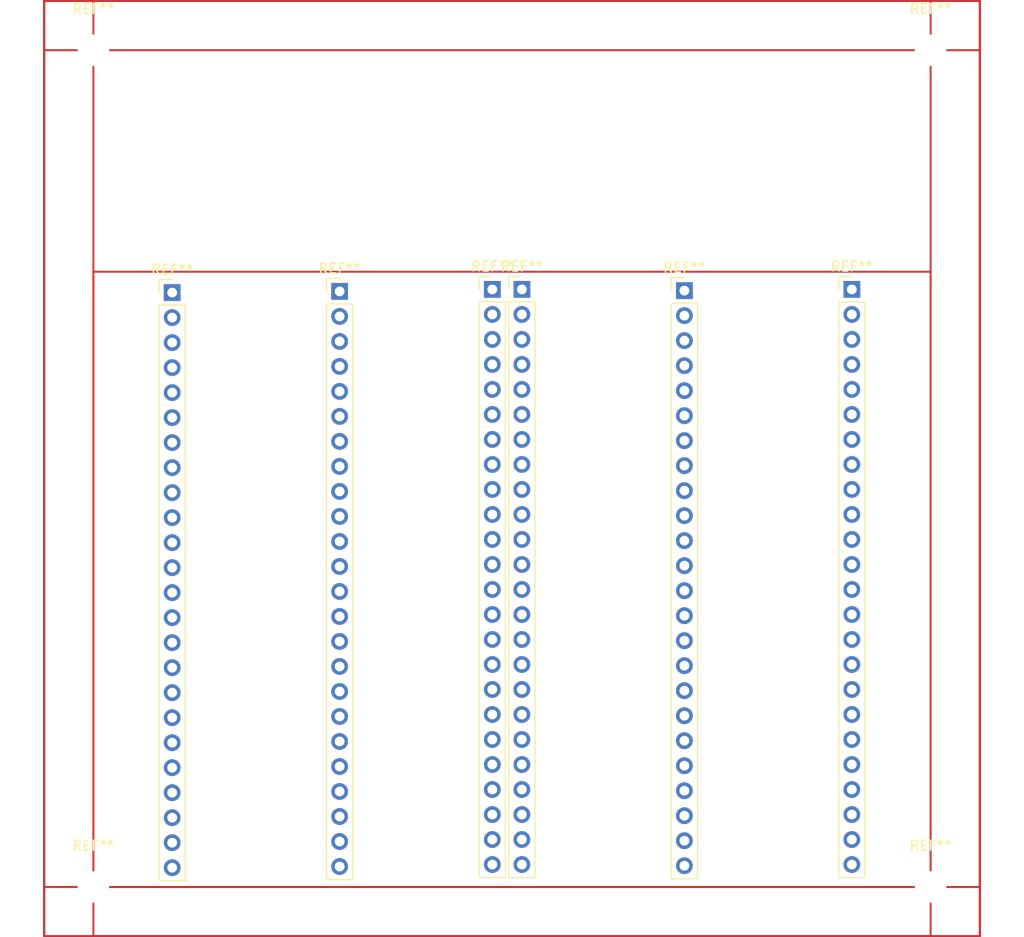
<source format=kicad_pcb>
(kicad_pcb (version 20240108) (generator "pcbnew") (generator_version "8.0")
  (layers (0 "F.Cu" signal) (1 "In1.Cu" signal) (2 "In2.Cu" signal) (31 "B.Cu" signal) (34 "B.Paste" user) (35 "F.Paste" user) (36 "B.SilkS" user "B.Silkscreen") (37 "F.SilkS" user "F.Silkscreen") (38 "B.Mask" user) (39 "F.Mask" user) (44 "Edge.Cuts" user))
  (net 0 "")
  (footprint "Connector_PinHeader_2.54mm:PinHeader_1x24_P2.54mm_Vertical" (layer "F.Cu") (at 186 80)
    (property "Reference" "REF**" (at 0 -2.33 0) (layer "F.SilkS"))
    (property "Value" "PinHeader_1x24_P2.54mm_Vertical")
    (fp_line (start -1.33 -1.33) (end 0 -1.33) (stroke (width 0.12)) (layer "F.SilkS"))
    (fp_line (start -1.33 0) (end -1.33 -1.33) (stroke (width 0.12)) (layer "F.SilkS"))
    (fp_line (start -1.33 1.27) (end -1.33 59.75) (stroke (width 0.12)) (layer "F.SilkS"))
    (fp_line (start -1.33 1.27) (end 1.33 1.27) (stroke (width 0.12)) (layer "F.SilkS"))
    (fp_line (start -1.33 59.75) (end 1.33 59.75) (stroke (width 0.12)) (layer "F.SilkS"))
    (fp_line (start 1.33 1.27) (end 1.33 59.75) (stroke (width 0.12)) (layer "F.SilkS"))
    (pad "1" thru_hole rect (at 0 0) (size 1.7 1.7) (drill 1) (layers "*.Cu" "*.Mask"))
    (pad "2" thru_hole oval (at 0 2.54) (size 1.7 1.7) (drill 1) (layers "*.Cu" "*.Mask"))
    (pad "3" thru_hole oval (at 0 5.08) (size 1.7 1.7) (drill 1) (layers "*.Cu" "*.Mask"))
    (pad "4" thru_hole oval (at 0 7.62) (size 1.7 1.7) (drill 1) (layers "*.Cu" "*.Mask"))
    (pad "5" thru_hole oval (at 0 10.16) (size 1.7 1.7) (drill 1) (layers "*.Cu" "*.Mask"))
    (pad "6" thru_hole oval (at 0 12.7) (size 1.7 1.7) (drill 1) (layers "*.Cu" "*.Mask"))
    (pad "7" thru_hole oval (at 0 15.24) (size 1.7 1.7) (drill 1) (layers "*.Cu" "*.Mask"))
    (pad "8" thru_hole oval (at 0 17.78) (size 1.7 1.7) (drill 1) (layers "*.Cu" "*.Mask"))
    (pad "9" thru_hole oval (at 0 20.32) (size 1.7 1.7) (drill 1) (layers "*.Cu" "*.Mask"))
    (pad "10" thru_hole oval (at 0 22.86) (size 1.7 1.7) (drill 1) (layers "*.Cu" "*.Mask"))
    (pad "11" thru_hole oval (at 0 25.4) (size 1.7 1.7) (drill 1) (layers "*.Cu" "*.Mask"))
    (pad "12" thru_hole oval (at 0 27.94) (size 1.7 1.7) (drill 1) (layers "*.Cu" "*.Mask"))
    (pad "13" thru_hole oval (at 0 30.48) (size 1.7 1.7) (drill 1) (layers "*.Cu" "*.Mask"))
    (pad "14" thru_hole oval (at 0 33.02) (size 1.7 1.7) (drill 1) (layers "*.Cu" "*.Mask"))
    (pad "15" thru_hole oval (at 0 35.56) (size 1.7 1.7) (drill 1) (layers "*.Cu" "*.Mask"))
    (pad "16" thru_hole oval (at 0 38.1) (size 1.7 1.7) (drill 1) (layers "*.Cu" "*.Mask"))
    (pad "17" thru_hole oval (at 0 40.64) (size 1.7 1.7) (drill 1) (layers "*.Cu" "*.Mask"))
    (pad "18" thru_hole oval (at 0 43.18) (size 1.7 1.7) (drill 1) (layers "*.Cu" "*.Mask"))
    (pad "19" thru_hole oval (at 0 45.72) (size 1.7 1.7) (drill 1) (layers "*.Cu" "*.Mask"))
    (pad "20" thru_hole oval (at 0 48.26) (size 1.7 1.7) (drill 1) (layers "*.Cu" "*.Mask"))
    (pad "21" thru_hole oval (at 0 50.8) (size 1.7 1.7) (drill 1) (layers "*.Cu" "*.Mask"))
    (pad "22" thru_hole oval (at 0 53.34) (size 1.7 1.7) (drill 1) (layers "*.Cu" "*.Mask"))
    (pad "23" thru_hole oval (at 0 55.88) (size 1.7 1.7) (drill 1) (layers "*.Cu" "*.Mask"))
    (pad "24" thru_hole oval (at 0 58.42) (size 1.7 1.7) (drill 1) (layers "*.Cu" "*.Mask"))
  )
  (footprint "MountingHole:MountingHole_3.2mm_M3" (layer "F.Cu") (at 246 55.5)
    (property "Reference" "REF**" (at 0 -4.2 0) (layer "F.SilkS"))
    (property "Value" "MountingHole_3.2mm_M3")
    (pad "" np_thru_hole circle (at 0 0) (size 3.2 3.2) (drill 3.2) (layers "*.Cu" "*.Mask"))
  )
  (footprint "MountingHole:MountingHole_3.2mm_M3" (layer "F.Cu") (at 161 55.5)
    (property "Reference" "REF**" (at 0 -4.2 0) (layer "F.SilkS"))
    (property "Value" "MountingHole_3.2mm_M3")
    (pad "" np_thru_hole circle (at 0 0) (size 3.2 3.2) (drill 3.2) (layers "*.Mask" "F.Cu" "In1.Cu" "In2.Cu" "B.Cu"))
  )
  (footprint "Connector_PinHeader_2.54mm:PinHeader_1x24_P2.54mm_Vertical" (layer "F.Cu") (at 238 79.8)
    (property "Reference" "REF**" (at 0 -2.33 0) (layer "F.SilkS"))
    (property "Value" "PinHeader_1x24_P2.54mm_Vertical")
    (fp_line (start -1.33 -1.33) (end 0 -1.33) (stroke (width 0.12)) (layer "F.SilkS"))
    (fp_line (start -1.33 0) (end -1.33 -1.33) (stroke (width 0.12)) (layer "F.SilkS"))
    (fp_line (start -1.33 1.27) (end -1.33 59.75) (stroke (width 0.12)) (layer "F.SilkS"))
    (fp_line (start -1.33 1.27) (end 1.33 1.27) (stroke (width 0.12)) (layer "F.SilkS"))
    (fp_line (start -1.33 59.75) (end 1.33 59.75) (stroke (width 0.12)) (layer "F.SilkS"))
    (fp_line (start 1.33 1.27) (end 1.33 59.75) (stroke (width 0.12)) (layer "F.SilkS"))
    (pad "1" thru_hole rect (at 0 0) (size 1.7 1.7) (drill 1) (layers "*.Cu" "*.Mask"))
    (pad "2" thru_hole oval (at 0 2.54) (size 1.7 1.7) (drill 1) (layers "*.Cu" "*.Mask"))
    (pad "3" thru_hole oval (at 0 5.08) (size 1.7 1.7) (drill 1) (layers "*.Cu" "*.Mask"))
    (pad "4" thru_hole oval (at 0 7.62) (size 1.7 1.7) (drill 1) (layers "*.Cu" "*.Mask"))
    (pad "5" thru_hole oval (at 0 10.16) (size 1.7 1.7) (drill 1) (layers "*.Cu" "*.Mask"))
    (pad "6" thru_hole oval (at 0 12.7) (size 1.7 1.7) (drill 1) (layers "*.Cu" "*.Mask"))
    (pad "7" thru_hole oval (at 0 15.24) (size 1.7 1.7) (drill 1) (layers "*.Cu" "*.Mask"))
    (pad "8" thru_hole oval (at 0 17.78) (size 1.7 1.7) (drill 1) (layers "*.Cu" "*.Mask"))
    (pad "9" thru_hole oval (at 0 20.32) (size 1.7 1.7) (drill 1) (layers "*.Cu" "*.Mask"))
    (pad "10" thru_hole oval (at 0 22.86) (size 1.7 1.7) (drill 1) (layers "*.Cu" "*.Mask"))
    (pad "11" thru_hole oval (at 0 25.4) (size 1.7 1.7) (drill 1) (layers "*.Cu" "*.Mask"))
    (pad "12" thru_hole oval (at 0 27.94) (size 1.7 1.7) (drill 1) (layers "*.Cu" "*.Mask"))
    (pad "13" thru_hole oval (at 0 30.48) (size 1.7 1.7) (drill 1) (layers "*.Cu" "*.Mask"))
    (pad "14" thru_hole oval (at 0 33.02) (size 1.7 1.7) (drill 1) (layers "*.Cu" "*.Mask"))
    (pad "15" thru_hole oval (at 0 35.56) (size 1.7 1.7) (drill 1) (layers "*.Cu" "*.Mask"))
    (pad "16" thru_hole oval (at 0 38.1) (size 1.7 1.7) (drill 1) (layers "*.Cu" "*.Mask"))
    (pad "17" thru_hole oval (at 0 40.64) (size 1.7 1.7) (drill 1) (layers "*.Cu" "*.Mask"))
    (pad "18" thru_hole oval (at 0 43.18) (size 1.7 1.7) (drill 1) (layers "*.Cu" "*.Mask"))
    (pad "19" thru_hole oval (at 0 45.72) (size 1.7 1.7) (drill 1) (layers "*.Cu" "*.Mask"))
    (pad "20" thru_hole oval (at 0 48.26) (size 1.7 1.7) (drill 1) (layers "*.Cu" "*.Mask"))
    (pad "21" thru_hole oval (at 0 50.8) (size 1.7 1.7) (drill 1) (layers "*.Cu" "*.Mask"))
    (pad "22" thru_hole oval (at 0 53.34) (size 1.7 1.7) (drill 1) (layers "*.Cu" "*.Mask"))
    (pad "23" thru_hole oval (at 0 55.88) (size 1.7 1.7) (drill 1) (layers "*.Cu" "*.Mask"))
    (pad "24" thru_hole oval (at 0 58.42) (size 1.7 1.7) (drill 1) (layers "*.Cu" "*.Mask"))
  )
  (footprint "MountingHole:MountingHole_3.2mm_M3" (layer "F.Cu") (at 246 140.5)
    (property "Reference" "REF**" (at 0 -4.2 0) (layer "F.SilkS"))
    (property "Value" "MountingHole_3.2mm_M3")
    (pad "" np_thru_hole circle (at 0 0) (size 3.2 3.2) (drill 3.2) (layers "*.Mask" "F.Cu" "In1.Cu" "In2.Cu" "B.Cu"))
  )
  (footprint "Connector_PinHeader_2.54mm:PinHeader_1x24_P2.54mm_Vertical" (layer "F.Cu") (at 204.5 79.8)
    (property "Reference" "REF**" (at 0 -2.33 0) (layer "F.SilkS"))
    (property "Value" "PinHeader_1x24_P2.54mm_Vertical")
    (fp_line (start -1.33 -1.33) (end 0 -1.33) (stroke (width 0.12)) (layer "F.SilkS"))
    (fp_line (start -1.33 0) (end -1.33 -1.33) (stroke (width 0.12)) (layer "F.SilkS"))
    (fp_line (start -1.33 1.27) (end -1.33 59.75) (stroke (width 0.12)) (layer "F.SilkS"))
    (fp_line (start -1.33 1.27) (end 1.33 1.27) (stroke (width 0.12)) (layer "F.SilkS"))
    (fp_line (start -1.33 59.75) (end 1.33 59.75) (stroke (width 0.12)) (layer "F.SilkS"))
    (fp_line (start 1.33 1.27) (end 1.33 59.75) (stroke (width 0.12)) (layer "F.SilkS"))
    (pad "1" thru_hole rect (at 0 0) (size 1.7 1.7) (drill 1) (layers "*.Cu" "*.Mask"))
    (pad "2" thru_hole oval (at 0 2.54) (size 1.7 1.7) (drill 1) (layers "*.Cu" "*.Mask"))
    (pad "3" thru_hole oval (at 0 5.08) (size 1.7 1.7) (drill 1) (layers "*.Cu" "*.Mask"))
    (pad "4" thru_hole oval (at 0 7.62) (size 1.7 1.7) (drill 1) (layers "*.Cu" "*.Mask"))
    (pad "5" thru_hole oval (at 0 10.16) (size 1.7 1.7) (drill 1) (layers "*.Cu" "*.Mask"))
    (pad "6" thru_hole oval (at 0 12.7) (size 1.7 1.7) (drill 1) (layers "*.Cu" "*.Mask"))
    (pad "7" thru_hole oval (at 0 15.24) (size 1.7 1.7) (drill 1) (layers "*.Cu" "*.Mask"))
    (pad "8" thru_hole oval (at 0 17.78) (size 1.7 1.7) (drill 1) (layers "*.Cu" "*.Mask"))
    (pad "9" thru_hole oval (at 0 20.32) (size 1.7 1.7) (drill 1) (layers "*.Cu" "*.Mask"))
    (pad "10" thru_hole oval (at 0 22.86) (size 1.7 1.7) (drill 1) (layers "*.Cu" "*.Mask"))
    (pad "11" thru_hole oval (at 0 25.4) (size 1.7 1.7) (drill 1) (layers "*.Cu" "*.Mask"))
    (pad "12" thru_hole oval (at 0 27.94) (size 1.7 1.7) (drill 1) (layers "*.Cu" "*.Mask"))
    (pad "13" thru_hole oval (at 0 30.48) (size 1.7 1.7) (drill 1) (layers "*.Cu" "*.Mask"))
    (pad "14" thru_hole oval (at 0 33.02) (size 1.7 1.7) (drill 1) (layers "*.Cu" "*.Mask"))
    (pad "15" thru_hole oval (at 0 35.56) (size 1.7 1.7) (drill 1) (layers "*.Cu" "*.Mask"))
    (pad "16" thru_hole oval (at 0 38.1) (size 1.7 1.7) (drill 1) (layers "*.Cu" "*.Mask"))
    (pad "17" thru_hole oval (at 0 40.64) (size 1.7 1.7) (drill 1) (layers "*.Cu" "*.Mask"))
    (pad "18" thru_hole oval (at 0 43.18) (size 1.7 1.7) (drill 1) (layers "*.Cu" "*.Mask"))
    (pad "19" thru_hole oval (at 0 45.72) (size 1.7 1.7) (drill 1) (layers "*.Cu" "*.Mask"))
    (pad "20" thru_hole oval (at 0 48.26) (size 1.7 1.7) (drill 1) (layers "*.Cu" "*.Mask"))
    (pad "21" thru_hole oval (at 0 50.8) (size 1.7 1.7) (drill 1) (layers "*.Cu" "*.Mask"))
    (pad "22" thru_hole oval (at 0 53.34) (size 1.7 1.7) (drill 1) (layers "*.Cu" "*.Mask"))
    (pad "23" thru_hole oval (at 0 55.88) (size 1.7 1.7) (drill 1) (layers "*.Cu" "*.Mask"))
    (pad "24" thru_hole oval (at 0 58.42) (size 1.7 1.7) (drill 1) (layers "*.Cu" "*.Mask"))
  )
  (footprint "Connector_PinHeader_2.54mm:PinHeader_1x24_P2.54mm_Vertical" (layer "F.Cu") (at 201.5 79.8)
    (property "Reference" "REF**" (at 0 -2.33 0) (layer "F.SilkS"))
    (property "Value" "PinHeader_1x24_P2.54mm_Vertical")
    (fp_line (start -1.33 -1.33) (end 0 -1.33) (stroke (width 0.12)) (layer "F.SilkS"))
    (fp_line (start -1.33 0) (end -1.33 -1.33) (stroke (width 0.12)) (layer "F.SilkS"))
    (fp_line (start -1.33 1.27) (end -1.33 59.75) (stroke (width 0.12)) (layer "F.SilkS"))
    (fp_line (start -1.33 1.27) (end 1.33 1.27) (stroke (width 0.12)) (layer "F.SilkS"))
    (fp_line (start -1.33 59.75) (end 1.33 59.75) (stroke (width 0.12)) (layer "F.SilkS"))
    (fp_line (start 1.33 1.27) (end 1.33 59.75) (stroke (width 0.12)) (layer "F.SilkS"))
    (pad "1" thru_hole rect (at 0 0) (size 1.7 1.7) (drill 1) (layers "*.Cu" "*.Mask"))
    (pad "2" thru_hole oval (at 0 2.54) (size 1.7 1.7) (drill 1) (layers "*.Cu" "*.Mask"))
    (pad "3" thru_hole oval (at 0 5.08) (size 1.7 1.7) (drill 1) (layers "*.Cu" "*.Mask"))
    (pad "4" thru_hole oval (at 0 7.62) (size 1.7 1.7) (drill 1) (layers "*.Cu" "*.Mask"))
    (pad "5" thru_hole oval (at 0 10.16) (size 1.7 1.7) (drill 1) (layers "*.Cu" "*.Mask"))
    (pad "6" thru_hole oval (at 0 12.7) (size 1.7 1.7) (drill 1) (layers "*.Cu" "*.Mask"))
    (pad "7" thru_hole oval (at 0 15.24) (size 1.7 1.7) (drill 1) (layers "*.Cu" "*.Mask"))
    (pad "8" thru_hole oval (at 0 17.78) (size 1.7 1.7) (drill 1) (layers "*.Cu" "*.Mask"))
    (pad "9" thru_hole oval (at 0 20.32) (size 1.7 1.7) (drill 1) (layers "*.Cu" "*.Mask"))
    (pad "10" thru_hole oval (at 0 22.86) (size 1.7 1.7) (drill 1) (layers "*.Cu" "*.Mask"))
    (pad "11" thru_hole oval (at 0 25.4) (size 1.7 1.7) (drill 1) (layers "*.Cu" "*.Mask"))
    (pad "12" thru_hole oval (at 0 27.94) (size 1.7 1.7) (drill 1) (layers "*.Cu" "*.Mask"))
    (pad "13" thru_hole oval (at 0 30.48) (size 1.7 1.7) (drill 1) (layers "*.Cu" "*.Mask"))
    (pad "14" thru_hole oval (at 0 33.02) (size 1.7 1.7) (drill 1) (layers "*.Cu" "*.Mask"))
    (pad "15" thru_hole oval (at 0 35.56) (size 1.7 1.7) (drill 1) (layers "*.Cu" "*.Mask"))
    (pad "16" thru_hole oval (at 0 38.1) (size 1.7 1.7) (drill 1) (layers "*.Cu" "*.Mask"))
    (pad "17" thru_hole oval (at 0 40.64) (size 1.7 1.7) (drill 1) (layers "*.Cu" "*.Mask"))
    (pad "18" thru_hole oval (at 0 43.18) (size 1.7 1.7) (drill 1) (layers "*.Cu" "*.Mask"))
    (pad "19" thru_hole oval (at 0 45.72) (size 1.7 1.7) (drill 1) (layers "*.Cu" "*.Mask"))
    (pad "20" thru_hole oval (at 0 48.26) (size 1.7 1.7) (drill 1) (layers "*.Cu" "*.Mask"))
    (pad "21" thru_hole oval (at 0 50.8) (size 1.7 1.7) (drill 1) (layers "*.Cu" "*.Mask"))
    (pad "22" thru_hole oval (at 0 53.34) (size 1.7 1.7) (drill 1) (layers "*.Cu" "*.Mask"))
    (pad "23" thru_hole oval (at 0 55.88) (size 1.7 1.7) (drill 1) (layers "*.Cu" "*.Mask"))
    (pad "24" thru_hole oval (at 0 58.42) (size 1.7 1.7) (drill 1) (layers "*.Cu" "*.Mask"))
  )
  (footprint "Connector_PinHeader_2.54mm:PinHeader_1x24_P2.54mm_Vertical" (layer "F.Cu") (at 169 80.12)
    (property "Reference" "REF**" (at 0 -2.33 0) (layer "F.SilkS"))
    (property "Value" "PinHeader_1x24_P2.54mm_Vertical")
    (fp_line (start -1.33 -1.33) (end 0 -1.33) (stroke (width 0.12)) (layer "F.SilkS"))
    (fp_line (start -1.33 0) (end -1.33 -1.33) (stroke (width 0.12)) (layer "F.SilkS"))
    (fp_line (start -1.33 1.27) (end -1.33 59.75) (stroke (width 0.12)) (layer "F.SilkS"))
    (fp_line (start -1.33 1.27) (end 1.33 1.27) (stroke (width 0.12)) (layer "F.SilkS"))
    (fp_line (start -1.33 59.75) (end 1.33 59.75) (stroke (width 0.12)) (layer "F.SilkS"))
    (fp_line (start 1.33 1.27) (end 1.33 59.75) (stroke (width 0.12)) (layer "F.SilkS"))
    (pad "1" thru_hole rect (at 0 0) (size 1.7 1.7) (drill 1) (layers "*.Cu" "*.Mask"))
    (pad "2" thru_hole oval (at 0 2.54) (size 1.7 1.7) (drill 1) (layers "*.Cu" "*.Mask"))
    (pad "3" thru_hole oval (at 0 5.08) (size 1.7 1.7) (drill 1) (layers "*.Cu" "*.Mask"))
    (pad "4" thru_hole oval (at 0 7.62) (size 1.7 1.7) (drill 1) (layers "*.Cu" "*.Mask"))
    (pad "5" thru_hole oval (at 0 10.16) (size 1.7 1.7) (drill 1) (layers "*.Cu" "*.Mask"))
    (pad "6" thru_hole oval (at 0 12.7) (size 1.7 1.7) (drill 1) (layers "*.Cu" "*.Mask"))
    (pad "7" thru_hole oval (at 0 15.24) (size 1.7 1.7) (drill 1) (layers "*.Cu" "*.Mask"))
    (pad "8" thru_hole oval (at 0 17.78) (size 1.7 1.7) (drill 1) (layers "*.Cu" "*.Mask"))
    (pad "9" thru_hole oval (at 0 20.32) (size 1.7 1.7) (drill 1) (layers "*.Cu" "*.Mask"))
    (pad "10" thru_hole oval (at 0 22.86) (size 1.7 1.7) (drill 1) (layers "*.Cu" "*.Mask"))
    (pad "11" thru_hole oval (at 0 25.4) (size 1.7 1.7) (drill 1) (layers "*.Cu" "*.Mask"))
    (pad "12" thru_hole oval (at 0 27.94) (size 1.7 1.7) (drill 1) (layers "*.Cu" "*.Mask"))
    (pad "13" thru_hole oval (at 0 30.48) (size 1.7 1.7) (drill 1) (layers "*.Cu" "*.Mask"))
    (pad "14" thru_hole oval (at 0 33.02) (size 1.7 1.7) (drill 1) (layers "*.Cu" "*.Mask"))
    (pad "15" thru_hole oval (at 0 35.56) (size 1.7 1.7) (drill 1) (layers "*.Cu" "*.Mask"))
    (pad "16" thru_hole oval (at 0 38.1) (size 1.7 1.7) (drill 1) (layers "*.Cu" "*.Mask"))
    (pad "17" thru_hole oval (at 0 40.64) (size 1.7 1.7) (drill 1) (layers "*.Cu" "*.Mask"))
    (pad "18" thru_hole oval (at 0 43.18) (size 1.7 1.7) (drill 1) (layers "*.Cu" "*.Mask"))
    (pad "19" thru_hole oval (at 0 45.72) (size 1.7 1.7) (drill 1) (layers "*.Cu" "*.Mask"))
    (pad "20" thru_hole oval (at 0 48.26) (size 1.7 1.7) (drill 1) (layers "*.Cu" "*.Mask"))
    (pad "21" thru_hole oval (at 0 50.8) (size 1.7 1.7) (drill 1) (layers "*.Cu" "*.Mask"))
    (pad "22" thru_hole oval (at 0 53.34) (size 1.7 1.7) (drill 1) (layers "*.Cu" "*.Mask"))
    (pad "23" thru_hole oval (at 0 55.88) (size 1.7 1.7) (drill 1) (layers "*.Cu" "*.Mask"))
    (pad "24" thru_hole oval (at 0 58.42) (size 1.7 1.7) (drill 1) (layers "*.Cu" "*.Mask"))
  )
  (footprint "MountingHole:MountingHole_3.2mm_M3" (layer "F.Cu") (at 161 140.5)
    (property "Reference" "REF**" (at 0 -4.2 0) (layer "F.SilkS"))
    (property "Value" "MountingHole_3.2mm_M3")
    (pad "" np_thru_hole circle (at 0 0) (size 3.2 3.2) (drill 3.2) (layers "*.Mask" "F.Cu" "In1.Cu" "In2.Cu" "B.Cu"))
  )
  (footprint "Connector_PinHeader_2.54mm:PinHeader_1x24_P2.54mm_Vertical" (layer "F.Cu") (at 221 79.92)
    (property "Reference" "REF**" (at 0 -2.33 0) (layer "F.SilkS"))
    (property "Value" "PinHeader_1x24_P2.54mm_Vertical")
    (fp_line (start -1.33 -1.33) (end 0 -1.33) (stroke (width 0.12)) (layer "F.SilkS"))
    (fp_line (start -1.33 0) (end -1.33 -1.33) (stroke (width 0.12)) (layer "F.SilkS"))
    (fp_line (start -1.33 1.27) (end -1.33 59.75) (stroke (width 0.12)) (layer "F.SilkS"))
    (fp_line (start -1.33 1.27) (end 1.33 1.27) (stroke (width 0.12)) (layer "F.SilkS"))
    (fp_line (start -1.33 59.75) (end 1.33 59.75) (stroke (width 0.12)) (layer "F.SilkS"))
    (fp_line (start 1.33 1.27) (end 1.33 59.75) (stroke (width 0.12)) (layer "F.SilkS"))
    (pad "1" thru_hole rect (at 0 0) (size 1.7 1.7) (drill 1) (layers "*.Cu" "*.Mask"))
    (pad "2" thru_hole oval (at 0 2.54) (size 1.7 1.7) (drill 1) (layers "*.Cu" "*.Mask"))
    (pad "3" thru_hole oval (at 0 5.08) (size 1.7 1.7) (drill 1) (layers "*.Cu" "*.Mask"))
    (pad "4" thru_hole oval (at 0 7.62) (size 1.7 1.7) (drill 1) (layers "*.Cu" "*.Mask"))
    (pad "5" thru_hole oval (at 0 10.16) (size 1.7 1.7) (drill 1) (layers "*.Cu" "*.Mask"))
    (pad "6" thru_hole oval (at 0 12.7) (size 1.7 1.7) (drill 1) (layers "*.Cu" "*.Mask"))
    (pad "7" thru_hole oval (at 0 15.24) (size 1.7 1.7) (drill 1) (layers "*.Cu" "*.Mask"))
    (pad "8" thru_hole oval (at 0 17.78) (size 1.7 1.7) (drill 1) (layers "*.Cu" "*.Mask"))
    (pad "9" thru_hole oval (at 0 20.32) (size 1.7 1.7) (drill 1) (layers "*.Cu" "*.Mask"))
    (pad "10" thru_hole oval (at 0 22.86) (size 1.7 1.7) (drill 1) (layers "*.Cu" "*.Mask"))
    (pad "11" thru_hole oval (at 0 25.4) (size 1.7 1.7) (drill 1) (layers "*.Cu" "*.Mask"))
    (pad "12" thru_hole oval (at 0 27.94) (size 1.7 1.7) (drill 1) (layers "*.Cu" "*.Mask"))
    (pad "13" thru_hole oval (at 0 30.48) (size 1.7 1.7) (drill 1) (layers "*.Cu" "*.Mask"))
    (pad "14" thru_hole oval (at 0 33.02) (size 1.7 1.7) (drill 1) (layers "*.Cu" "*.Mask"))
    (pad "15" thru_hole oval (at 0 35.56) (size 1.7 1.7) (drill 1) (layers "*.Cu" "*.Mask"))
    (pad "16" thru_hole oval (at 0 38.1) (size 1.7 1.7) (drill 1) (layers "*.Cu" "*.Mask"))
    (pad "17" thru_hole oval (at 0 40.64) (size 1.7 1.7) (drill 1) (layers "*.Cu" "*.Mask"))
    (pad "18" thru_hole oval (at 0 43.18) (size 1.7 1.7) (drill 1) (layers "*.Cu" "*.Mask"))
    (pad "19" thru_hole oval (at 0 45.72) (size 1.7 1.7) (drill 1) (layers "*.Cu" "*.Mask"))
    (pad "20" thru_hole oval (at 0 48.26) (size 1.7 1.7) (drill 1) (layers "*.Cu" "*.Mask"))
    (pad "21" thru_hole oval (at 0 50.8) (size 1.7 1.7) (drill 1) (layers "*.Cu" "*.Mask"))
    (pad "22" thru_hole oval (at 0 53.34) (size 1.7 1.7) (drill 1) (layers "*.Cu" "*.Mask"))
    (pad "23" thru_hole oval (at 0 55.88) (size 1.7 1.7) (drill 1) (layers "*.Cu" "*.Mask"))
    (pad "24" thru_hole oval (at 0 58.42) (size 1.7 1.7) (drill 1) (layers "*.Cu" "*.Mask"))
  )
  (gr_rect (start 156 50.5) (end 251 140.5) (stroke (width 0.2)) (fill none) (layer "F.Cu"))
  (gr_rect (start 156 50.5) (end 246 145.5) (stroke (width 0.2)) (fill none) (layer "F.Cu"))
  (gr_rect (start 156 50.5) (end 251 145.5) (stroke (width 0.2)) (fill none) (layer "F.Cu"))
  (gr_rect (start 161 50.5) (end 251 145.5) (stroke (width 0.2)) (fill none) (layer "F.Cu"))
  (gr_rect (start 161 78) (end 246 140.5) (stroke (width 0.2)) (fill none) (layer "F.Cu"))
  (gr_rect (start 156 55.5) (end 251 145.5) (stroke (width 0.2)) (fill none) (layer "F.Cu"))
)
</source>
